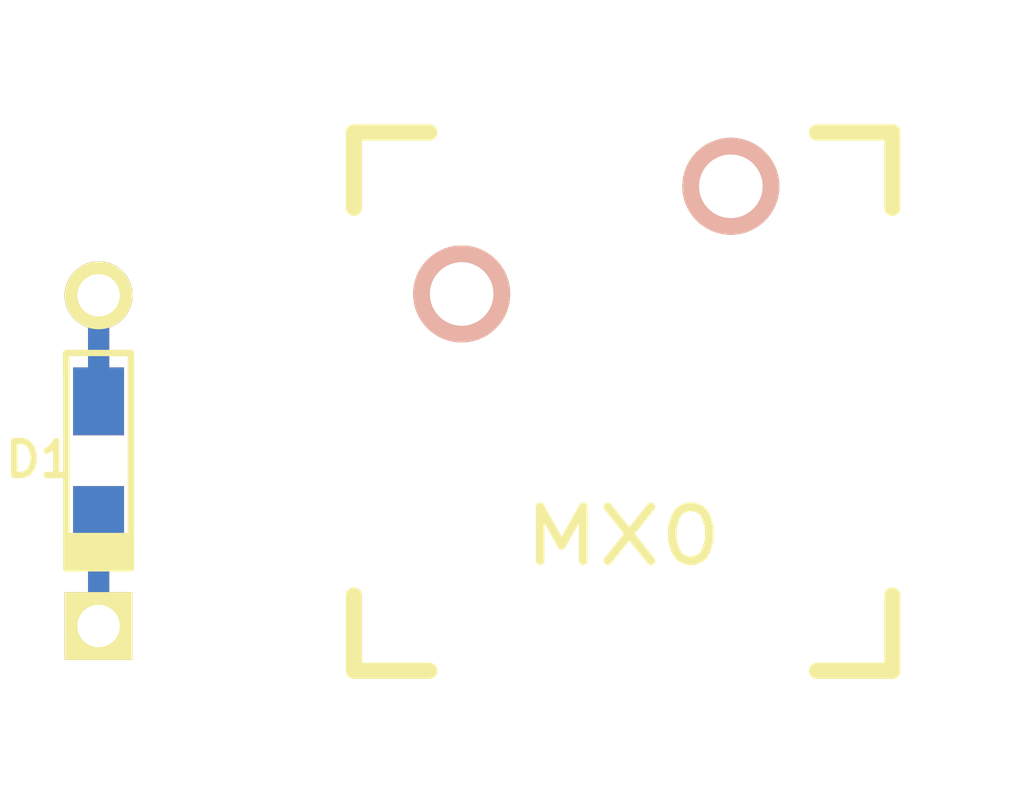
<source format=kicad_pcb>
(kicad_pcb (version 20171130) (host pcbnew "(5.1.0)-1")

  (general
    (thickness 1.6)
    (drawings 0)
    (tracks 0)
    (zones 0)
    (modules 2)
    (nets 5)
  )
  
  (page A4)
  (layers
    (0 F.Cu signal)
    (31 B.Cu signal)
    (32 B.Adhes user)
    (33 F.Adhes user)
    (34 B.Paste user)
    (35 F.Paste user)
    (36 B.SilkS user)
    (37 F.SilkS user)
    (38 B.Mask user)
    (39 F.Mask user)
    (40 Dwgs.User user)
    (41 Cmts.User user)
    (42 Eco1.User user)
    (43 Eco2.User user)
    (44 Edge.Cuts user)
    (45 Margin user)
    (46 B.CrtYd user)
    (47 F.CrtYd user)
    (48 B.Fab user)
    (49 F.Fab user)
  )

  (setup
    (last_trace_width 0.25)
    (trace_clearance 0.2)
    (zone_clearance 0.508)
    (zone_45_only no)
    (trace_min 0.2)
    (via_size 0.8)
    (via_drill 0.4)
    (via_min_size 0.4)
    (via_min_drill 0.3)
    (uvia_size 0.3)
    (uvia_drill 0.1)
    (uvias_allowed no)
    (uvia_min_size 0.2)
    (uvia_min_drill 0.1)
    (edge_width 0.05)
    (segment_width 0.2)
    (pcb_text_width 0.3)
    (pcb_text_size 1.5 1.5)
    (mod_edge_width 0.12)
    (mod_text_size 1 1)
    (mod_text_width 0.15)
    (pad_size 1.524 1.524)
    (pad_drill 0.762)
    (pad_to_mask_clearance 0.051)
    (solder_mask_min_width 0.25)
    (aux_axis_origin 0 0)
    (visible_elements 7FFFEFFF)
    (pcbplotparams
      (layerselection 0x010fc_ffffffff)
      (usegerberextensions false)
      (usegerberattributes false)
      (usegerberadvancedattributes false)
      (creategerberjobfile false)
      (excludeedgelayer true)
      (linewidth 0.100000)
      (plotframeref false)
      (viasonmask false)
      (mode 1)
      (useauxorigin false)
      (hpglpennumber 1)
      (hpglpenspeed 20)
      (hpglpendiameter 15.000000)
      (psnegative false)
      (psa4output false)
      (plotreference true)
      (plotvalue true)
      (plotinvisibletext false)
      (padsonsilk false)
      (subtractmaskfromsilk false)
      (outputformat 1)
      (mirror false)
      (drillshape 1)
      (scaleselection 1)
      (outputdirectory ""))
  )

  (net 0 "")
  (net 1 "Net-(D1-Pad1)")
  (net 2 "Net-(D1-Pad2)")
  (net 3 "Net-(MX0-Pad2)")
  (net 4 "Net-(MX0-Pad1)")

  (net_class Default "This is the default net class."
    (clearance 0.2)
    (trace_width 0.25)
    (via_dia 0.8)
    (via_drill 0.4)
    (uvia_dia 0.3)
    (uvia_drill 0.1)
    (add_net "Net-(D1-Pad1)")
    (add_net "Net-(D1-Pad2)")
    (add_net "Net-(MX0-Pad1)")
    (add_net "Net-(MX0-Pad2)")
  )

  (module Keebio-Parts:MX_PCB_100H (layer F.Cu) (tedit 549A0505) (tstamp 5D61E4E6)
    (at 43.144201 39.0872)
    (path /5D5FEB52)
    (fp_text reference MX0 (at 0 3.175) (layer F.SilkS)
      (effects (font (size 1.27 1.524) (thickness 0.2032)))
    )
    (fp_text value MX-NoLED (at 0 5.08) (layer F.SilkS) hide
      (effects (font (size 1.27 1.524) (thickness 0.2032)))
    )
    (fp_line (start -6.985 6.985) (end -6.985 -6.985) (layer Eco2.User) (width 0.1524))
    (fp_line (start 6.985 6.985) (end -6.985 6.985) (layer Eco2.User) (width 0.1524))
    (fp_line (start 6.985 -6.985) (end 6.985 6.985) (layer Eco2.User) (width 0.1524))
    (fp_line (start -6.985 -6.985) (end 6.985 -6.985) (layer Eco2.User) (width 0.1524))
    (fp_line (start -6.35 -4.572) (end -6.35 -6.35) (layer F.SilkS) (width 0.381))
    (fp_line (start -6.35 6.35) (end -6.35 4.572) (layer F.SilkS) (width 0.381))
    (fp_line (start -4.572 6.35) (end -6.35 6.35) (layer F.SilkS) (width 0.381))
    (fp_line (start 6.35 6.35) (end 4.572 6.35) (layer F.SilkS) (width 0.381))
    (fp_line (start 6.35 4.572) (end 6.35 6.35) (layer F.SilkS) (width 0.381))
    (fp_line (start 6.35 -6.35) (end 6.35 -4.572) (layer F.SilkS) (width 0.381))
    (fp_line (start 4.572 -6.35) (end 6.35 -6.35) (layer F.SilkS) (width 0.381))
    (fp_line (start -6.35 -6.35) (end -4.572 -6.35) (layer F.SilkS) (width 0.381))
    (fp_line (start -9.398 9.398) (end -9.398 -9.398) (layer Dwgs.User) (width 0.1524))
    (fp_line (start 9.398 9.398) (end -9.398 9.398) (layer Dwgs.User) (width 0.1524))
    (fp_line (start 9.398 -9.398) (end 9.398 9.398) (layer Dwgs.User) (width 0.1524))
    (fp_line (start -9.398 -9.398) (end 9.398 -9.398) (layer Dwgs.User) (width 0.1524))
    (fp_line (start -6.35 6.35) (end -6.35 -6.35) (layer Cmts.User) (width 0.1524))
    (fp_line (start 6.35 6.35) (end -6.35 6.35) (layer Cmts.User) (width 0.1524))
    (fp_line (start 6.35 -6.35) (end 6.35 6.35) (layer Cmts.User) (width 0.1524))
    (fp_line (start -6.35 -6.35) (end 6.35 -6.35) (layer Cmts.User) (width 0.1524))
    (fp_text user 1.00u (at -5.715 8.255) (layer Dwgs.User)
      (effects (font (size 1.524 1.524) (thickness 0.3048)))
    )
    (pad HOLE np_thru_hole circle (at 5.08 0) (size 1.8 1.8) (drill 1.8) (layers *.Cu))
    (pad HOLE np_thru_hole circle (at -5.08 0) (size 1.8 1.8) (drill 1.8) (layers *.Cu))
    (pad HOLE np_thru_hole circle (at 0 0) (size 3.9878 3.9878) (drill 3.9878) (layers *.Cu))
    (pad 2 thru_hole circle (at -3.81 -2.54) (size 2.286 2.286) (drill 1.4986) (layers *.Cu *.SilkS *.Mask)
      (net 3 "Net-(MX0-Pad2)"))
    (pad 1 thru_hole circle (at 2.54 -5.08) (size 2.286 2.286) (drill 1.4986) (layers *.Cu *.SilkS *.Mask)
      (net 4 "Net-(MX0-Pad1)"))
  )

  (module Keebio-Parts:Diode-dual (layer F.Cu) (tedit 5B7FFAB1) (tstamp 5D61E4C8)
    (at 30.77 40.48 270)
    (path /5D5F5496)
    (attr smd)
    (fp_text reference D1 (at -0.0254 1.4) (layer F.SilkS)
      (effects (font (size 0.8 0.8) (thickness 0.15)))
    )
    (fp_text value D_Small (at 0 -1.925 270) (layer F.SilkS) hide
      (effects (font (size 0.8 0.8) (thickness 0.15)))
    )
    (fp_line (start -2.54 0.762) (end 2.54 0.762) (layer F.SilkS) (width 0.15))
    (fp_line (start 2.54 0.762) (end 2.54 -0.762) (layer F.SilkS) (width 0.15))
    (fp_line (start 2.54 -0.762) (end -2.54 -0.762) (layer F.SilkS) (width 0.15))
    (fp_line (start -2.54 -0.762) (end -2.54 0.762) (layer F.SilkS) (width 0.15))
    (fp_line (start -2.54 0.762) (end -2.032 0.762) (layer F.SilkS) (width 0.15))
    (fp_line (start 2.159 0.762) (end 2.159 -0.762) (layer F.SilkS) (width 0.15))
    (fp_line (start 2.286 -0.762) (end 2.286 0.762) (layer F.SilkS) (width 0.15))
    (fp_line (start 2.413 0.762) (end 2.413 -0.762) (layer F.SilkS) (width 0.15))
    (fp_line (start 2.032 -0.762) (end 2.032 0.762) (layer F.SilkS) (width 0.15))
    (fp_line (start 1.905 0.762) (end 1.905 -0.762) (layer F.SilkS) (width 0.15))
    (fp_line (start 1.778 0.762) (end 1.778 -0.762) (layer F.SilkS) (width 0.15))
    (pad 1 smd rect (at 2.5 0 270) (size 2.9 0.5) (layers F.Cu)
      (net 1 "Net-(D1-Pad1)"))
    (pad 2 smd rect (at -2.5 0 270) (size 2.9 0.5) (layers F.Cu)
      (net 2 "Net-(D1-Pad2)"))
    (pad 1 thru_hole rect (at 3.9 0 270) (size 1.6 1.6) (drill 1) (layers *.Cu *.Mask F.SilkS)
      (net 1 "Net-(D1-Pad1)"))
    (pad 2 thru_hole circle (at -3.9 0 270) (size 1.6 1.6) (drill 1) (layers *.Cu *.Mask F.SilkS)
      (net 2 "Net-(D1-Pad2)"))
    (pad 2 smd rect (at -1.4 0 270) (size 1.6 1.2) (layers F.Cu F.Paste F.Mask)
      (net 2 "Net-(D1-Pad2)"))
    (pad 1 smd rect (at 1.4 0 270) (size 1.6 1.2) (layers F.Cu F.Paste F.Mask)
      (net 1 "Net-(D1-Pad1)"))
    (pad 1 smd rect (at 2.5 0 270) (size 2.9 0.5) (layers B.Cu)
      (net 1 "Net-(D1-Pad1)"))
    (pad 1 smd rect (at 1.4 0 270) (size 1.6 1.2) (layers B.Cu B.Paste B.Mask)
      (net 1 "Net-(D1-Pad1)"))
    (pad 2 smd rect (at -1.4 0 270) (size 1.6 1.2) (layers B.Cu B.Paste B.Mask)
      (net 2 "Net-(D1-Pad2)"))
    (pad 2 smd rect (at -2.5 0 270) (size 2.9 0.5) (layers B.Cu)
      (net 2 "Net-(D1-Pad2)"))
    (model ${KISYS3DMOD}/Diodes_SMD.3dshapes/D_SOD-123.step
      (at (xyz 0 0 0))
      (scale (xyz 1 1 1))
      (rotate (xyz 0 0 0))
    )
  )

)

</source>
